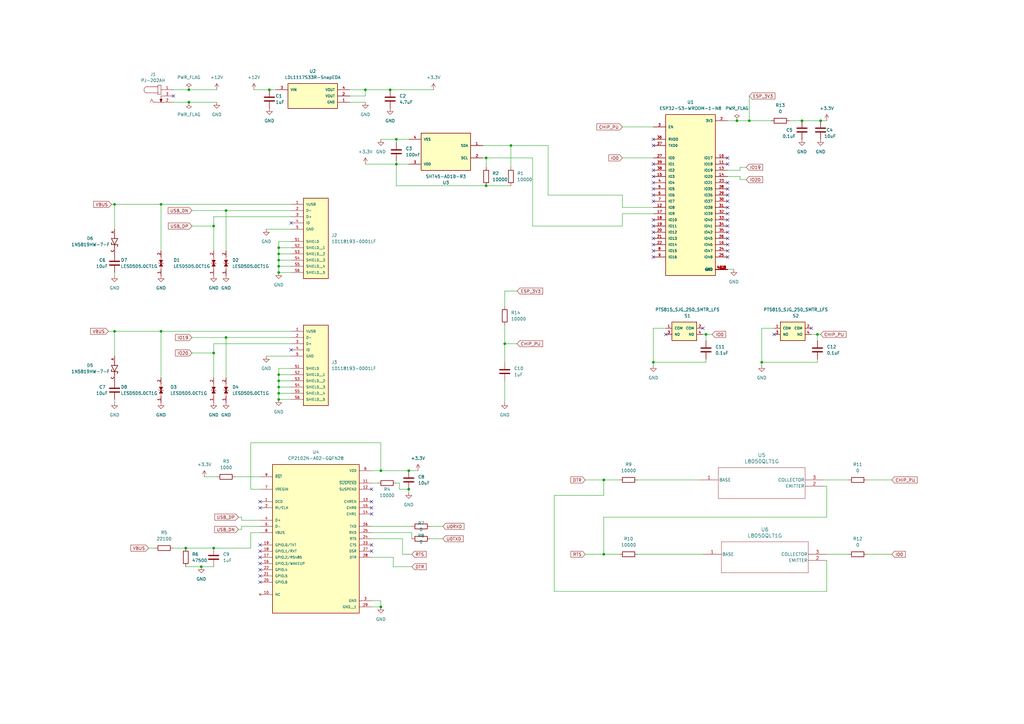
<source format=kicad_sch>
(kicad_sch (version 20230121) (generator eeschema)
  (paper "A3")
  (junction (at 162.56 67.31))
  (junction (at 302.26 49.53))
  (junction (at 209.55 59.69))
  (junction (at 82.55 232.41))
  (junction (at 267.97 148.59))
  (junction (at 156.21 248.92))
  (junction (at 247.65 196.85))
  (junction (at 335.28 137.16))
  (junction (at 114.3 109.22))
  (junction (at 114.3 104.14))
  (junction (at 160.02 36.83))
  (junction (at 199.39 76.2))
  (junction (at 247.65 227.33))
  (junction (at 114.3 156.21))
  (junction (at 289.56 137.16))
  (junction (at 328.93 49.53))
  (junction (at 87.63 224.79))
  (junction (at 156.21 193.04))
  (junction (at 46.99 135.89))
  (junction (at 114.3 106.68))
  (junction (at 110.49 36.83))
  (junction (at 336.55 49.53))
  (junction (at 66.04 135.89))
  (junction (at 207.01 140.97))
  (junction (at 307.34 49.53))
  (junction (at 92.71 86.36))
  (junction (at 149.86 36.83))
  (junction (at 77.47 36.83))
  (junction (at 312.42 148.59))
  (junction (at 114.3 153.67))
  (junction (at 46.99 83.82))
  (junction (at 87.63 144.78))
  (junction (at 114.3 161.29))
  (junction (at 114.3 163.83))
  (junction (at 167.64 193.04))
  (junction (at 114.3 158.75))
  (junction (at 66.04 83.82))
  (junction (at 87.63 92.71))
  (junction (at 114.3 111.76))
  (junction (at 76.2 224.79))
  (junction (at 162.56 57.15))
  (junction (at 77.47 41.91))
  (junction (at 167.64 200.66))
  (junction (at 114.3 101.6))
  (junction (at 199.39 64.77))
  (junction (at 92.71 138.43))
  (no_connect (at 267.97 69.85))
  (no_connect (at 119.38 143.51))
  (no_connect (at 298.45 64.77))
  (no_connect (at 298.45 105.41))
  (no_connect (at 152.4 223.52))
  (no_connect (at 298.45 90.17))
  (no_connect (at 267.97 105.41))
  (no_connect (at 267.97 92.71))
  (no_connect (at 267.97 72.39))
  (no_connect (at 267.97 97.79))
  (no_connect (at 298.45 87.63))
  (no_connect (at 71.12 39.37))
  (no_connect (at 267.97 82.55))
  (no_connect (at 152.4 226.06))
  (no_connect (at 267.97 77.47))
  (no_connect (at 298.45 95.25))
  (no_connect (at 267.97 57.15))
  (no_connect (at 298.45 67.31))
  (no_connect (at 106.68 238.76))
  (no_connect (at 298.45 74.93))
  (no_connect (at 317.5 137.16))
  (no_connect (at 267.97 90.17))
  (no_connect (at 106.68 236.22))
  (no_connect (at 152.4 210.82))
  (no_connect (at 267.97 59.69))
  (no_connect (at 298.45 80.01))
  (no_connect (at 106.68 223.52))
  (no_connect (at 298.45 92.71))
  (no_connect (at 106.68 233.68))
  (no_connect (at 298.45 82.55))
  (no_connect (at 106.68 231.14))
  (no_connect (at 152.4 208.28))
  (no_connect (at 298.45 102.87))
  (no_connect (at 267.97 102.87))
  (no_connect (at 288.29 134.62))
  (no_connect (at 267.97 100.33))
  (no_connect (at 152.4 205.74))
  (no_connect (at 106.68 208.28))
  (no_connect (at 298.45 85.09))
  (no_connect (at 298.45 77.47))
  (no_connect (at 267.97 67.31))
  (no_connect (at 267.97 74.93))
  (no_connect (at 298.45 100.33))
  (no_connect (at 298.45 97.79))
  (no_connect (at 152.4 200.66))
  (no_connect (at 106.68 228.6))
  (no_connect (at 273.05 137.16))
  (no_connect (at 106.68 226.06))
  (no_connect (at 332.74 134.62))
  (no_connect (at 119.38 91.44))
  (no_connect (at 267.97 80.01))
  (no_connect (at 267.97 95.25))
  (no_connect (at 106.68 205.74))
  (wire (pts (xy 143.51 36.83) (xy 149.86 36.83)))
  (wire (pts (xy 267.97 148.59) (xy 289.56 148.59)))
  (wire (pts (xy 114.3 158.75) (xy 119.38 158.75)))
  (wire (pts (xy 199.39 64.77) (xy 218.44 64.77)))
  (wire (pts (xy 46.99 83.82) (xy 66.04 83.82)))
  (wire (pts (xy 156.21 246.38) (xy 156.21 248.92)))
  (wire (pts (xy 207.01 156.21) (xy 207.01 165.1)))
  (wire (pts (xy 162.56 66.04) (xy 162.56 67.31)))
  (wire (pts (xy 110.49 36.83) (xy 113.03 36.83)))
  (wire (pts (xy 261.62 227.33) (xy 288.29 227.33)))
  (wire (pts (xy 114.3 104.14) (xy 114.3 106.68)))
  (wire (pts (xy 289.56 137.16) (xy 292.1 137.16)))
  (wire (pts (xy 198.12 64.77) (xy 199.39 64.77)))
  (wire (pts (xy 255.27 92.71) (xy 255.27 87.63)))
  (wire (pts (xy 104.14 36.83) (xy 110.49 36.83)))
  (wire (pts (xy 161.29 228.6) (xy 161.29 232.41)))
  (wire (pts (xy 71.12 41.91) (xy 77.47 41.91)))
  (wire (pts (xy 149.86 36.83) (xy 160.02 36.83)))
  (wire (pts (xy 207.01 140.97) (xy 207.01 148.59)))
  (wire (pts (xy 255.27 85.09) (xy 267.97 85.09)))
  (wire (pts (xy 162.56 57.15) (xy 162.56 58.42)))
  (wire (pts (xy 114.3 101.6) (xy 114.3 104.14)))
  (wire (pts (xy 209.55 59.69) (xy 198.12 59.69)))
  (wire (pts (xy 255.27 87.63) (xy 267.97 87.63)))
  (wire (pts (xy 298.45 72.39) (xy 303.53 72.39)))
  (wire (pts (xy 114.3 104.14) (xy 119.38 104.14)))
  (wire (pts (xy 335.28 137.16) (xy 336.55 137.16)))
  (wire (pts (xy 114.3 109.22) (xy 114.3 111.76)))
  (wire (pts (xy 114.3 99.06) (xy 114.3 101.6)))
  (wire (pts (xy 66.04 83.82) (xy 119.38 83.82)))
  (wire (pts (xy 339.09 49.53) (xy 336.55 49.53)))
  (wire (pts (xy 224.79 59.69) (xy 209.55 59.69)))
  (wire (pts (xy 71.12 36.83) (xy 77.47 36.83)))
  (wire (pts (xy 207.01 140.97) (xy 212.09 140.97)))
  (wire (pts (xy 99.06 217.17) (xy 99.06 215.9)))
  (wire (pts (xy 152.4 218.44) (xy 168.91 218.44)))
  (wire (pts (xy 312.42 134.62) (xy 312.42 148.59)))
  (wire (pts (xy 78.74 138.43) (xy 92.71 138.43)))
  (wire (pts (xy 303.53 69.85) (xy 303.53 68.58)))
  (wire (pts (xy 87.63 144.78) (xy 87.63 140.97)))
  (wire (pts (xy 114.3 156.21) (xy 114.3 158.75)))
  (wire (pts (xy 339.09 229.87) (xy 339.09 242.57)))
  (wire (pts (xy 78.74 86.36) (xy 92.71 86.36)))
  (wire (pts (xy 114.3 158.75) (xy 114.3 161.29)))
  (wire (pts (xy 335.28 147.32) (xy 335.28 148.59)))
  (wire (pts (xy 87.63 144.78) (xy 87.63 154.94)))
  (wire (pts (xy 87.63 88.9) (xy 119.38 88.9)))
  (wire (pts (xy 176.53 220.98) (xy 181.61 220.98)))
  (wire (pts (xy 337.82 196.85) (xy 347.98 196.85)))
  (wire (pts (xy 336.55 49.53) (xy 328.93 49.53)))
  (wire (pts (xy 339.09 242.57) (xy 227.33 242.57)))
  (wire (pts (xy 78.74 92.71) (xy 87.63 92.71)))
  (wire (pts (xy 46.99 135.89) (xy 46.99 146.05)))
  (wire (pts (xy 114.3 101.6) (xy 119.38 101.6)))
  (wire (pts (xy 298.45 69.85) (xy 303.53 69.85)))
  (wire (pts (xy 96.52 195.58) (xy 106.68 195.58)))
  (wire (pts (xy 143.51 39.37) (xy 149.86 39.37)))
  (wire (pts (xy 227.33 203.2) (xy 247.65 203.2)))
  (wire (pts (xy 152.4 246.38) (xy 156.21 246.38)))
  (wire (pts (xy 218.44 92.71) (xy 218.44 64.77)))
  (wire (pts (xy 162.56 198.12) (xy 163.83 198.12)))
  (wire (pts (xy 102.87 200.66) (xy 102.87 181.61)))
  (wire (pts (xy 102.87 224.79) (xy 87.63 224.79)))
  (wire (pts (xy 77.47 41.91) (xy 88.9 41.91)))
  (wire (pts (xy 302.26 49.53) (xy 307.34 49.53)))
  (wire (pts (xy 76.2 232.41) (xy 82.55 232.41)))
  (wire (pts (xy 337.82 199.39) (xy 339.09 199.39)))
  (wire (pts (xy 165.1 220.98) (xy 165.1 227.33)))
  (wire (pts (xy 317.5 134.62) (xy 312.42 134.62)))
  (wire (pts (xy 92.71 138.43) (xy 92.71 154.94)))
  (wire (pts (xy 303.53 72.39) (xy 303.53 73.66)))
  (wire (pts (xy 156.21 57.15) (xy 162.56 57.15)))
  (wire (pts (xy 247.65 227.33) (xy 254 227.33)))
  (wire (pts (xy 152.4 198.12) (xy 154.94 198.12)))
  (wire (pts (xy 114.3 163.83) (xy 119.38 163.83)))
  (wire (pts (xy 102.87 218.44) (xy 102.87 224.79)))
  (wire (pts (xy 66.04 135.89) (xy 66.04 154.94)))
  (wire (pts (xy 114.3 153.67) (xy 114.3 156.21)))
  (wire (pts (xy 323.85 49.53) (xy 328.93 49.53)))
  (wire (pts (xy 312.42 148.59) (xy 312.42 149.86)))
  (wire (pts (xy 152.4 248.92) (xy 156.21 248.92)))
  (wire (pts (xy 303.53 73.66) (xy 306.07 73.66)))
  (wire (pts (xy 78.74 144.78) (xy 87.63 144.78)))
  (wire (pts (xy 199.39 64.77) (xy 199.39 68.58)))
  (wire (pts (xy 218.44 92.71) (xy 255.27 92.71)))
  (wire (pts (xy 109.22 146.05) (xy 119.38 146.05)))
  (wire (pts (xy 247.65 203.2) (xy 247.65 196.85)))
  (wire (pts (xy 46.99 135.89) (xy 66.04 135.89)))
  (wire (pts (xy 261.62 196.85) (xy 287.02 196.85)))
  (wire (pts (xy 332.74 137.16) (xy 335.28 137.16)))
  (wire (pts (xy 87.63 140.97) (xy 119.38 140.97)))
  (wire (pts (xy 267.97 134.62) (xy 267.97 148.59)))
  (wire (pts (xy 76.2 224.79) (xy 87.63 224.79)))
  (wire (pts (xy 102.87 181.61) (xy 156.21 181.61)))
  (wire (pts (xy 46.99 83.82) (xy 46.99 93.98)))
  (wire (pts (xy 92.71 86.36) (xy 119.38 86.36)))
  (wire (pts (xy 307.34 49.53) (xy 316.23 49.53)))
  (wire (pts (xy 143.51 41.91) (xy 149.86 41.91)))
  (wire (pts (xy 167.64 201.93) (xy 167.64 200.66)))
  (wire (pts (xy 77.47 36.83) (xy 88.9 36.83)))
  (wire (pts (xy 114.3 161.29) (xy 119.38 161.29)))
  (wire (pts (xy 163.83 198.12) (xy 163.83 200.66)))
  (wire (pts (xy 240.03 196.85) (xy 247.65 196.85)))
  (wire (pts (xy 199.39 76.2) (xy 209.55 76.2)))
  (wire (pts (xy 168.91 218.44) (xy 168.91 220.98)))
  (wire (pts (xy 339.09 212.09) (xy 247.65 212.09)))
  (wire (pts (xy 87.63 92.71) (xy 87.63 88.9)))
  (wire (pts (xy 163.83 200.66) (xy 167.64 200.66)))
  (wire (pts (xy 114.3 156.21) (xy 119.38 156.21)))
  (wire (pts (xy 149.86 39.37) (xy 149.86 36.83)))
  (wire (pts (xy 119.38 151.13) (xy 114.3 151.13)))
  (wire (pts (xy 267.97 148.59) (xy 267.97 149.86)))
  (wire (pts (xy 92.71 138.43) (xy 119.38 138.43)))
  (wire (pts (xy 247.65 212.09) (xy 247.65 227.33)))
  (wire (pts (xy 298.45 49.53) (xy 302.26 49.53)))
  (wire (pts (xy 99.06 213.36) (xy 106.68 213.36)))
  (wire (pts (xy 99.06 212.09) (xy 99.06 213.36)))
  (wire (pts (xy 335.28 148.59) (xy 312.42 148.59)))
  (wire (pts (xy 167.64 193.04) (xy 171.45 193.04)))
  (wire (pts (xy 339.09 199.39) (xy 339.09 212.09)))
  (wire (pts (xy 160.02 36.83) (xy 177.8 36.83)))
  (wire (pts (xy 212.09 119.38) (xy 207.01 119.38)))
  (wire (pts (xy 335.28 137.16) (xy 335.28 139.7)))
  (wire (pts (xy 209.55 59.69) (xy 209.55 68.58)))
  (wire (pts (xy 162.56 67.31) (xy 167.64 67.31)))
  (wire (pts (xy 288.29 137.16) (xy 289.56 137.16)))
  (wire (pts (xy 114.3 106.68) (xy 114.3 109.22)))
  (wire (pts (xy 114.3 161.29) (xy 114.3 163.83)))
  (wire (pts (xy 45.72 83.82) (xy 46.99 83.82)))
  (wire (pts (xy 273.05 134.62) (xy 267.97 134.62)))
  (wire (pts (xy 207.01 133.35) (xy 207.01 140.97)))
  (wire (pts (xy 255.27 52.07) (xy 267.97 52.07)))
  (wire (pts (xy 109.22 93.98) (xy 119.38 93.98)))
  (wire (pts (xy 114.3 151.13) (xy 114.3 153.67)))
  (wire (pts (xy 99.06 215.9) (xy 106.68 215.9)))
  (wire (pts (xy 97.79 212.09) (xy 99.06 212.09)))
  (wire (pts (xy 114.3 153.67) (xy 119.38 153.67)))
  (wire (pts (xy 355.6 227.33) (xy 365.76 227.33)))
  (wire (pts (xy 199.39 76.2) (xy 162.56 76.2)))
  (wire (pts (xy 114.3 106.68) (xy 119.38 106.68)))
  (wire (pts (xy 224.79 80.01) (xy 224.79 59.69)))
  (wire (pts (xy 114.3 109.22) (xy 119.38 109.22)))
  (wire (pts (xy 176.53 215.9) (xy 181.61 215.9)))
  (wire (pts (xy 156.21 193.04) (xy 167.64 193.04)))
  (wire (pts (xy 307.34 39.37) (xy 307.34 49.53)))
  (wire (pts (xy 152.4 220.98) (xy 165.1 220.98)))
  (wire (pts (xy 119.38 99.06) (xy 114.3 99.06)))
  (wire (pts (xy 303.53 68.58) (xy 306.07 68.58)))
  (wire (pts (xy 240.03 227.33) (xy 247.65 227.33)))
  (wire (pts (xy 152.4 228.6) (xy 161.29 228.6)))
  (wire (pts (xy 83.82 195.58) (xy 88.9 195.58)))
  (wire (pts (xy 289.56 147.32) (xy 289.56 148.59)))
  (wire (pts (xy 224.79 80.01) (xy 255.27 80.01)))
  (wire (pts (xy 255.27 80.01) (xy 255.27 85.09)))
  (wire (pts (xy 161.29 232.41) (xy 168.91 232.41)))
  (wire (pts (xy 114.3 111.76) (xy 119.38 111.76)))
  (wire (pts (xy 152.4 193.04) (xy 156.21 193.04)))
  (wire (pts (xy 152.4 215.9) (xy 168.91 215.9)))
  (wire (pts (xy 97.79 217.17) (xy 99.06 217.17)))
  (wire (pts (xy 355.6 196.85) (xy 365.76 196.85)))
  (wire (pts (xy 71.12 224.79) (xy 76.2 224.79)))
  (wire (pts (xy 156.21 181.61) (xy 156.21 193.04)))
  (wire (pts (xy 162.56 57.15) (xy 167.64 57.15)))
  (wire (pts (xy 44.45 135.89) (xy 46.99 135.89)))
  (wire (pts (xy 82.55 232.41) (xy 87.63 232.41)))
  (wire (pts (xy 162.56 76.2) (xy 162.56 67.31)))
  (wire (pts (xy 207.01 119.38) (xy 207.01 125.73)))
  (wire (pts (xy 300.99 110.49) (xy 298.45 110.49)))
  (wire (pts (xy 165.1 227.33) (xy 168.91 227.33)))
  (wire (pts (xy 227.33 242.57) (xy 227.33 203.2)))
  (wire (pts (xy 66.04 83.82) (xy 66.04 102.87)))
  (wire (pts (xy 247.65 196.85) (xy 254 196.85)))
  (wire (pts (xy 339.09 227.33) (xy 347.98 227.33)))
  (wire (pts (xy 92.71 86.36) (xy 92.71 102.87)))
  (wire (pts (xy 255.27 64.77) (xy 267.97 64.77)))
  (wire (pts (xy 66.04 135.89) (xy 119.38 135.89)))
  (wire (pts (xy 87.63 92.71) (xy 87.63 102.87)))
  (wire (pts (xy 46.99 111.76) (xy 46.99 113.03)))
  (wire (pts (xy 60.96 224.79) (xy 63.5 224.79)))
  (wire (pts (xy 289.56 137.16) (xy 289.56 139.7)))
  (wire (pts (xy 46.99 163.83) (xy 46.99 165.1)))
  (wire (pts (xy 106.68 218.44) (xy 102.87 218.44)))
  (wire (pts (xy 149.86 67.31) (xy 162.56 67.31)))
  (wire (pts (xy 106.68 200.66) (xy 102.87 200.66)))
  (global_label "VBUS" (shape input) (at 44.45 135.89 180) (property "Intersheetrefs" "${INTERSHEET_REFS}" (effects hide)))
  (global_label "IO0" (shape input) (at 292.1 137.16 0) (property "Intersheetrefs" "${INTERSHEET_REFS}" (effects hide)))
  (global_label "U0RXD" (shape input) (at 181.61 215.9 0) (property "Intersheetrefs" "${INTERSHEET_REFS}" (effects hide)))
  (global_label "U0TXD" (shape input) (at 181.61 220.98 0) (property "Intersheetrefs" "${INTERSHEET_REFS}" (effects hide)))
  (global_label "CHIP_PU" (shape input) (at 365.76 196.85 0) (property "Intersheetrefs" "${INTERSHEET_REFS}" (effects hide)))
  (global_label "ESP_3V3" (shape input) (at 307.34 39.37 0) (property "Intersheetrefs" "${INTERSHEET_REFS}" (effects hide)))
  (global_label "CHIP_PU" (shape input) (at 255.27 52.07 180) (property "Intersheetrefs" "${INTERSHEET_REFS}" (effects hide)))
  (global_label "DTR" (shape input) (at 240.03 196.85 180) (property "Intersheetrefs" "${INTERSHEET_REFS}" (effects hide)))
  (global_label "IO19" (shape input) (at 306.07 68.58 0) (property "Intersheetrefs" "${INTERSHEET_REFS}" (effects hide)))
  (global_label "RTS" (shape input) (at 240.03 227.33 180) (property "Intersheetrefs" "${INTERSHEET_REFS}" (effects hide)))
  (global_label "IO0" (shape input) (at 255.27 64.77 180) (property "Intersheetrefs" "${INTERSHEET_REFS}" (effects hide)))
  (global_label "CHIP_PU" (shape input) (at 212.09 140.97 0) (property "Intersheetrefs" "${INTERSHEET_REFS}" (effects hide)))
  (global_label "IO20" (shape input) (at 78.74 144.78 180) (property "Intersheetrefs" "${INTERSHEET_REFS}" (effects hide)))
  (global_label "USB_DP" (shape input) (at 78.74 92.71 180) (property "Intersheetrefs" "${INTERSHEET_REFS}" (effects hide)))
  (global_label "VBUS" (shape input) (at 45.72 83.82 180) (property "Intersheetrefs" "${INTERSHEET_REFS}" (effects hide)))
  (global_label "VBUS" (shape input) (at 60.96 224.79 180) (property "Intersheetrefs" "${INTERSHEET_REFS}" (effects hide)))
  (global_label "USB_DN" (shape input) (at 97.79 217.17 180) (property "Intersheetrefs" "${INTERSHEET_REFS}" (effects hide)))
  (global_label "RTS" (shape input) (at 168.91 227.33 0) (property "Intersheetrefs" "${INTERSHEET_REFS}" (effects hide)))
  (global_label "IO20" (shape input) (at 306.07 73.66 0) (property "Intersheetrefs" "${INTERSHEET_REFS}" (effects hide)))
  (global_label "CHIP_PU" (shape input) (at 336.55 137.16 0) (property "Intersheetrefs" "${INTERSHEET_REFS}" (effects hide)))
  (global_label "ESP_3V3" (shape input) (at 212.09 119.38 0) (property "Intersheetrefs" "${INTERSHEET_REFS}" (effects hide)))
  (global_label "USB_DN" (shape input) (at 78.74 86.36 180) (property "Intersheetrefs" "${INTERSHEET_REFS}" (effects hide)))
  (global_label "DTR" (shape input) (at 168.91 232.41 0) (property "Intersheetrefs" "${INTERSHEET_REFS}" (effects hide)))
  (global_label "USB_DP" (shape input) (at 97.79 212.09 180) (property "Intersheetrefs" "${INTERSHEET_REFS}" (effects hide)))
  (global_label "IO19" (shape input) (at 78.74 138.43 180) (property "Intersheetrefs" "${INTERSHEET_REFS}" (effects hide)))
  (global_label "IO0" (shape input) (at 365.76 227.33 0) (property "Intersheetrefs" "${INTERSHEET_REFS}" (effects hide)))
  (symbol (lib_id "ECE445:LESD5D5.0CT1G") (at 92.71 160.02 90) (unit 1)
    (property "Reference" "D4" (at 95.25 158.75 90) (effects (justify right)))
    (property "Value" "LESD5D5.0CT1G" (at 95.25 161.29 90) (effects (justify right)))
    (property "Footprint" "ECE445:LESD5D5_0CT1G" (effects hide))
    (property "MF" "Leshan Radio Co." (effects hide))
    (property "MAXIMUM_PACKAGE_HEIGHT" "0.7 mm" (effects hide))
    (property "Package" "None" (effects hide))
    (property "Price" "None" (effects hide))
    (property "Check_prices" "https://www.snapeda.com/parts/LESD5D5.0CT1G/Leshan+Radio+Co./view-part/?ref=eda" (effects hide))
    (property "STANDARD" "Manufacturer Recommendations" (effects hide))
    (property "PARTREV" "O" (effects hide))
    (property "SnapEDA_Link" "https://www.snapeda.com/parts/LESD5D5.0CT1G/Leshan+Radio+Co./view-part/?ref=snap" (effects hide))
    (property "MP" "LESD5D5.0CT1G" (effects hide))
    (property "Description" "\nTransient Voltage Suppressors for ESD Protection\n" (effects hide))
    (property "Availability" "Not in stock" (effects hide))
    (property "MANUFACTURER" "LRC" (effects hide))
  )
  (symbol (lib_id "power:GND") (at 328.93 57.15 0) (mirror y) (unit 1)
    (property "Reference" "#PWR014" (effects hide))
    (property "Value" "GND" (at 328.93 62.23 0))
  )
  (symbol (lib_id "Device:R") (at 209.55 72.39 0) (unit 1)
    (property "Reference" "R1" (at 212.09 71.12 0) (effects (justify left)))
    (property "Value" "10000" (at 212.09 73.66 0) (effects (justify left)))
    (property "Footprint" "Resistor_SMD:R_0805_2012Metric_Pad1.20x1.40mm_HandSolder" (effects hide))
  )
  (symbol (lib_id "Device:R") (at 172.72 220.98 90) (unit 1)
    (property "Reference" "R8" (at 172.72 219.71 90))
    (property "Value" "0" (at 172.72 222.25 90))
    (property "Footprint" "Resistor_SMD:R_0805_2012Metric_Pad1.20x1.40mm_HandSolder" (effects hide))
  )
  (symbol (lib_id "power:PWR_FLAG") (at 77.47 36.83 0) (unit 1)
    (property "Reference" "#FLG01" (effects hide))
    (property "Value" "PWR_FLAG" (at 77.47 31.75 0))
  )
  (symbol (lib_id "power:GND") (at 66.04 165.1 0) (unit 1)
    (property "Reference" "#PWR033" (effects hide))
    (property "Value" "GND" (at 66.04 170.18 0))
  )
  (symbol (lib_id "ECE445:L8050QLT1G") (at 288.29 227.33 0) (unit 1)
    (property "Reference" "U6" (at 313.69 217.17 0) (effects (font (size 1.524 1.524))))
    (property "Value" "L8050QLT1G" (at 313.69 219.71 0) (effects (font (size 1.524 1.524))))
    (property "Footprint" "ECE445:SOT-23_ONS" (effects hide))
    (property "Datasheet" "KSC3265YMTF" (effects hide))
  )
  (symbol (lib_id "Device:R") (at 257.81 196.85 90) (unit 1)
    (property "Reference" "R9" (at 257.81 190.5 90))
    (property "Value" "10000" (at 257.81 193.04 90))
    (property "Footprint" "Resistor_SMD:R_0805_2012Metric_Pad1.20x1.40mm_HandSolder" (effects hide))
  )
  (symbol (lib_id "power:GND") (at 87.63 165.1 0) (unit 1)
    (property "Reference" "#PWR018" (effects hide))
    (property "Value" "GND" (at 87.63 170.18 0))
  )
  (symbol (lib_id "ECE445:L8050QLT1G") (at 287.02 196.85 0) (unit 1)
    (property "Reference" "U5" (at 312.42 186.69 0) (effects (font (size 1.524 1.524))))
    (property "Value" "L8050QLT1G" (at 312.42 189.23 0) (effects (font (size 1.524 1.524))))
    (property "Footprint" "ECE445:SOT-23_ONS" (effects hide))
    (property "Datasheet" "KSC3265YMTF" (effects hide))
  )
  (symbol (lib_id "Device:R") (at 207.01 129.54 0) (unit 1)
    (property "Reference" "R14" (at 209.55 128.27 0) (effects (justify left)))
    (property "Value" "10000" (at 209.55 130.81 0) (effects (justify left)))
    (property "Footprint" "Resistor_SMD:R_0805_2012Metric_Pad1.20x1.40mm_HandSolder" (effects hide))
  )
  (symbol (lib_id "Device:C") (at 87.63 228.6 0) (unit 1)
    (property "Reference" "C9" (at 91.44 227.33 0) (effects (justify left)))
    (property "Value" "1uF" (at 91.44 229.87 0) (effects (justify left)))
    (property "Footprint" "Capacitor_SMD:C_0805_2012Metric_Pad1.18x1.45mm_HandSolder" (effects hide))
  )
  (symbol (lib_id "ECE445:10118193-0001LF") (at 129.54 143.51 0) (unit 1)
    (property "Reference" "J3" (at 135.89 148.59 0) (effects (justify left)))
    (property "Value" "10118193-0001LF" (at 135.89 151.13 0) (effects (justify left)))
    (property "Footprint" "ECE445:10118193-0001LF" (effects hide))
    (property "PARTREV" "E" (effects hide))
    (property "MANUFACTURER" "Amphenol FCI" (effects hide))
    (property "MAXIMUM_PACKAGE_HEIGHT" "2.55 mm" (effects hide))
    (property "STANDARD" "Manufacturer Recommendations" (effects hide))
  )
  (symbol (lib_id "Device:C") (at 160.02 40.64 0) (unit 1)
    (property "Reference" "C2" (at 163.83 39.37 0) (effects (justify left)))
    (property "Value" "4.7uF" (at 163.83 41.91 0) (effects (justify left)))
    (property "Footprint" "Capacitor_SMD:C_0805_2012Metric_Pad1.18x1.45mm_HandSolder" (effects hide))
  )
  (symbol (lib_id "ECE445:1N5819HW-7-F") (at 46.99 151.13 270) (unit 1)
    (property "Reference" "D5" (at 35.56 149.86 90) (effects (justify left)))
    (property "Value" "1N5819HW-7-F" (at 29.21 152.4 90) (effects (justify left)))
    (property "Footprint" "ECE445:1N5819HW-7-F" (effects hide))
    (property "PARTREV" "18-2" (effects hide))
    (property "STANDARD" "IPC-7351B" (effects hide))
    (property "MANUFACTURER" "Diodes Inc." (effects hide))
  )
  (symbol (lib_id "Device:C") (at 335.28 143.51 0) (unit 1)
    (property "Reference" "C12" (at 339.09 142.24 0) (effects (justify left)))
    (property "Value" "0.1uF" (at 339.09 144.78 0) (effects (justify left)))
    (property "Footprint" "Capacitor_SMD:C_0805_2012Metric_Pad1.18x1.45mm_HandSolder" (effects hide))
  )
  (symbol (lib_id "ECE445:1N5819HW-7-F") (at 46.99 99.06 270) (unit 1)
    (property "Reference" "D6" (at 35.56 97.79 90) (effects (justify left)))
    (property "Value" "1N5819HW-7-F" (at 29.21 100.33 90) (effects (justify left)))
    (property "Footprint" "ECE445:1N5819HW-7-F" (effects hide))
    (property "PARTREV" "18-2" (effects hide))
    (property "STANDARD" "IPC-7351B" (effects hide))
    (property "MANUFACTURER" "Diodes Inc." (effects hide))
  )
  (symbol (lib_id "ECE445:LESD5D5.0CT1G") (at 87.63 107.95 90) (unit 1)
    (property "Reference" "D1" (at 71.12 106.68 90) (effects (justify right)))
    (property "Value" "LESD5D5.0CT1G" (at 71.12 109.22 90) (effects (justify right)))
    (property "Footprint" "ECE445:LESD5D5_0CT1G" (effects hide))
    (property "MF" "Leshan Radio Co." (effects hide))
    (property "MAXIMUM_PACKAGE_HEIGHT" "0.7 mm" (effects hide))
    (property "Package" "None" (effects hide))
    (property "Price" "None" (effects hide))
    (property "Check_prices" "https://www.snapeda.com/parts/LESD5D5.0CT1G/Leshan+Radio+Co./view-part/?ref=eda" (effects hide))
    (property "STANDARD" "Manufacturer Recommendations" (effects hide))
    (property "PARTREV" "O" (effects hide))
    (property "SnapEDA_Link" "https://www.snapeda.com/parts/LESD5D5.0CT1G/Leshan+Radio+Co./view-part/?ref=snap" (effects hide))
    (property "MP" "LESD5D5.0CT1G" (effects hide))
    (property "Description" "\nTransient Voltage Suppressors for ESD Protection\n" (effects hide))
    (property "Availability" "Not in stock" (effects hide))
    (property "MANUFACTURER" "LRC" (effects hide))
  )
  (symbol (lib_id "power:GND") (at 267.97 149.86 0) (unit 1)
    (property "Reference" "#PWR030" (effects hide))
    (property "Value" "GND" (at 267.97 154.94 0))
  )
  (symbol (lib_id "power:+12V") (at 88.9 36.83 0) (unit 1)
    (property "Reference" "#PWR01" (effects hide))
    (property "Value" "+12V" (at 88.9 31.75 0))
  )
  (symbol (lib_id "power:+3.3V") (at 171.45 193.04 0) (unit 1)
    (property "Reference" "#PWR025" (effects hide))
    (property "Value" "+3.3V" (at 171.45 187.96 0))
  )
  (symbol (lib_id "ECE445:ESP32-S3-WROOM-1-N8") (at 283.21 77.47 0) (unit 1)
    (property "Reference" "U1" (at 283.21 41.91 0))
    (property "Value" "ESP32-S3-WROOM-1-N8" (at 283.21 44.45 0))
    (property "Footprint" "ECE445:ESP32-S3-WROOM-1-N8-SnapEDA" (effects hide))
    (property "DigiKey_Part_Number" "1965-ESP32-S3-WROOM-1-N8TR-ND" (effects hide))
    (property "MF" "Espressif Systems" (effects hide))
    (property "DESCRIPTION" "Bluetooth, WiFi 802.11b/g/n, Bluetooth v5.0 Transceiver Module 2.4GHz PCB Trace Surface Mount" (effects hide))
    (property "PACKAGE" "None" (effects hide))
    (property "PRICE" "None" (effects hide))
    (property "Package" "NON STANDARD Espressif Systems" (effects hide))
    (property "Check_prices" "https://www.snapeda.com/parts/ESP32-S3-WROOM-1-N8/Espressif+Systems/view-part/?ref=eda" (effects hide))
    (property "SnapEDA_Link" "https://www.snapeda.com/parts/ESP32-S3-WROOM-1-N8/Espressif+Systems/view-part/?ref=snap" (effects hide))
    (property "MP" "ESP32-S3-WROOM-1-N8" (effects hide))
    (property "Purchase-URL" "https://www.snapeda.com/api/url_track_click_mouser/?unipart_id=11020927&manufacturer=Espressif Systems&part_name=ESP32-S3-WROOM-1-N8&search_term=None" (effects hide))
    (property "Description" "\nWiFi 802.11a/b/g/n, Bluetooth v5.0 Transceiver Module 2.4GHz Antenna Not Included -\n" (effects hide))
    (property "AVAILABILITY" "In Stock" (effects hide))
    (property "PURCHASE-URL" "https://pricing.snapeda.com/search/part/ESP32-S3-WROOM-1-N8R8/?ref=eda" (effects hide))
  )
  (symbol (lib_id "power:GND") (at 167.64 201.93 0) (unit 1)
    (property "Reference" "#PWR026" (effects hide))
    (property "Value" "GND" (at 167.64 207.01 0))
  )
  (symbol (lib_id "Device:R") (at 158.75 198.12 270) (unit 1)
    (property "Reference" "R4" (at 158.75 200.66 90))
    (property "Value" "10000" (at 158.75 203.2 90))
    (property "Footprint" "Resistor_SMD:R_0805_2012Metric_Pad1.20x1.40mm_HandSolder" (effects hide))
  )
  (symbol (lib_id "Device:R") (at 92.71 195.58 90) (unit 1)
    (property "Reference" "R3" (at 92.71 189.23 90))
    (property "Value" "1000" (at 92.71 191.77 90))
    (property "Footprint" "Resistor_SMD:R_0805_2012Metric_Pad1.20x1.40mm_HandSolder" (effects hide))
  )
  (symbol (lib_id "power:GND") (at 149.86 41.91 0) (unit 1)
    (property "Reference" "#PWR04" (effects hide))
    (property "Value" "GND" (at 149.86 46.99 0))
  )
  (symbol (lib_id "Device:R") (at 172.72 215.9 90) (unit 1)
    (property "Reference" "R7" (at 172.72 214.63 90))
    (property "Value" "0" (at 172.72 217.17 90))
    (property "Footprint" "Resistor_SMD:R_0805_2012Metric_Pad1.20x1.40mm_HandSolder" (effects hide))
  )
  (symbol (lib_id "power:GND") (at 46.99 113.03 0) (unit 1)
    (property "Reference" "#PWR022" (effects hide))
    (property "Value" "GND" (at 46.99 118.11 0))
  )
  (symbol (lib_id "power:GND") (at 110.49 44.45 0) (unit 1)
    (property "Reference" "#PWR012" (effects hide))
    (property "Value" "GND" (at 110.49 49.53 0))
  )
  (symbol (lib_id "power:GND") (at 92.71 165.1 0) (unit 1)
    (property "Reference" "#PWR019" (effects hide))
    (property "Value" "GND" (at 92.71 170.18 0))
  )
  (symbol (lib_id "Device:R") (at 257.81 227.33 90) (unit 1)
    (property "Reference" "R10" (at 257.81 220.98 90))
    (property "Value" "10000" (at 257.81 223.52 90))
    (property "Footprint" "Resistor_SMD:R_0805_2012Metric_Pad1.20x1.40mm_HandSolder" (effects hide))
  )
  (symbol (lib_id "power:GND") (at 87.63 113.03 0) (unit 1)
    (property "Reference" "#PWR016" (effects hide))
    (property "Value" "GND" (at 87.63 118.11 0))
  )
  (symbol (lib_id "ECE445:10118193-0001LF") (at 129.54 91.44 0) (unit 1)
    (property "Reference" "J2" (at 135.89 96.52 0) (effects (justify left)))
    (property "Value" "10118193-0001LF" (at 135.89 99.06 0) (effects (justify left)))
    (property "Footprint" "ECE445:10118193-0001LF" (effects hide))
    (property "PARTREV" "E" (effects hide))
    (property "MANUFACTURER" "Amphenol FCI" (effects hide))
    (property "MAXIMUM_PACKAGE_HEIGHT" "2.55 mm" (effects hide))
    (property "STANDARD" "Manufacturer Recommendations" (effects hide))
  )
  (symbol (lib_id "Device:C") (at 328.93 53.34 0) (mirror y) (unit 1)
    (property "Reference" "C5" (at 325.12 53.34 0) (effects (justify left)))
    (property "Value" "0.1uF" (at 326.39 55.88 0) (effects (justify left)))
    (property "Footprint" "Capacitor_SMD:C_0805_2012Metric_Pad1.18x1.45mm_HandSolder" (effects hide))
  )
  (symbol (lib_id "ECE445:LESD5D5.0CT1G") (at 66.04 107.95 90) (unit 1)
    (property "Reference" "D7" (at 49.53 106.68 90) (effects (justify right)))
    (property "Value" "LESD5D5.0CT1G" (at 49.53 109.22 90) (effects (justify right)))
    (property "Footprint" "ECE445:LESD5D5_0CT1G" (effects hide))
    (property "MF" "Leshan Radio Co." (effects hide))
    (property "MAXIMUM_PACKAGE_HEIGHT" "0.7 mm" (effects hide))
    (property "Package" "None" (effects hide))
    (property "Price" "None" (effects hide))
    (property "Check_prices" "https://www.snapeda.com/parts/LESD5D5.0CT1G/Leshan+Radio+Co./view-part/?ref=eda" (effects hide))
    (property "STANDARD" "Manufacturer Recommendations" (effects hide))
    (property "PARTREV" "O" (effects hide))
    (property "SnapEDA_Link" "https://www.snapeda.com/parts/LESD5D5.0CT1G/Leshan+Radio+Co./view-part/?ref=snap" (effects hide))
    (property "MP" "LESD5D5.0CT1G" (effects hide))
    (property "Description" "\nTransient Voltage Suppressors for ESD Protection\n" (effects hide))
    (property "Availability" "Not in stock" (effects hide))
    (property "MANUFACTURER" "LRC" (effects hide))
  )
  (symbol (lib_id "Device:C") (at 289.56 143.51 0) (unit 1)
    (property "Reference" "C11" (at 293.37 142.24 0) (effects (justify left)))
    (property "Value" "0.1uF" (at 293.37 144.78 0) (effects (justify left)))
    (property "Footprint" "Capacitor_SMD:C_0805_2012Metric_Pad1.18x1.45mm_HandSolder" (effects hide))
  )
  (symbol (lib_id "power:+3.3V") (at 83.82 195.58 0) (unit 1)
    (property "Reference" "#PWR027" (effects hide))
    (property "Value" "+3.3V" (at 83.82 190.5 0))
  )
  (symbol (lib_id "Device:R") (at 76.2 228.6 180) (unit 1)
    (property "Reference" "R6" (at 78.74 227.33 0) (effects (justify right)))
    (property "Value" "47500" (at 78.74 229.87 0) (effects (justify right)))
    (property "Footprint" "Resistor_SMD:R_0805_2012Metric_Pad1.20x1.40mm_HandSolder" (effects hide))
  )
  (symbol (lib_id "power:GND") (at 312.42 149.86 0) (unit 1)
    (property "Reference" "#PWR031" (effects hide))
    (property "Value" "GND" (at 312.42 154.94 0))
  )
  (symbol (lib_id "power:+3.3V") (at 149.86 67.31 0) (unit 1)
    (property "Reference" "#PWR06" (effects hide))
    (property "Value" "+3.3V" (at 149.86 62.23 0))
  )
  (symbol (lib_id "power:GND") (at 46.99 165.1 0) (unit 1)
    (property "Reference" "#PWR023" (effects hide))
    (property "Value" "GND" (at 46.99 170.18 0))
  )
  (symbol (lib_id "ECE445:LESD5D5.0CT1G") (at 87.63 160.02 90) (unit 1)
    (property "Reference" "D3" (at 69.85 158.75 90) (effects (justify right)))
    (property "Value" "LESD5D5.0CT1G" (at 69.85 161.29 90) (effects (justify right)))
    (property "Footprint" "ECE445:LESD5D5_0CT1G" (effects hide))
    (property "MF" "Leshan Radio Co." (effects hide))
    (property "MAXIMUM_PACKAGE_HEIGHT" "0.7 mm" (effects hide))
    (property "Package" "None" (effects hide))
    (property "Price" "None" (effects hide))
    (property "Check_prices" "https://www.snapeda.com/parts/LESD5D5.0CT1G/Leshan+Radio+Co./view-part/?ref=eda" (effects hide))
    (property "STANDARD" "Manufacturer Recommendations" (effects hide))
    (property "PARTREV" "O" (effects hide))
    (property "SnapEDA_Link" "https://www.snapeda.com/parts/LESD5D5.0CT1G/Leshan+Radio+Co./view-part/?ref=snap" (effects hide))
    (property "MP" "LESD5D5.0CT1G" (effects hide))
    (property "Description" "\nTransient Voltage Suppressors for ESD Protection\n" (effects hide))
    (property "Availability" "Not in stock" (effects hide))
    (property "MANUFACTURER" "LRC" (effects hide))
  )
  (symbol (lib_id "power:+3.3V") (at 177.8 36.83 0) (unit 1)
    (property "Reference" "#PWR05" (effects hide))
    (property "Value" "+3.3V" (at 177.8 31.75 0))
  )
  (symbol (lib_id "ECE445:PTS815_SJG_250_SMTR_LFS") (at 285.75 139.7 180) (unit 1)
    (property "Reference" "S1" (at 281.94 129.54 0))
    (property "Value" "PTS815_SJG_250_SMTR_LFS" (at 281.94 127 0))
    (property "Footprint" "ECE445:PTS815 SJG 250 SMTR LFS" (effects hide))
    (property "MANUFACTURER_NAME" "C & K COMPONENTS" (effects hide))
    (property "MF" "C&K" (effects hide))
    (property "MOUSER_PRICE-STOCK" "https://www.mouser.co.uk/ProductDetail/CK/PTS815-SJG-250-SMTR-LFS?qs=ahcBuItHZ3yjoEmU1Oppnw%3D%3D" (effects hide))
    (property "DESCRIPTION" "Tactile Switches Tact Switch, 12 VDC, 50 mA, 4.2x3.2, 2.5mm H, 400gf, J leads" (effects hide))
    (property "MOUSER_PART_NUMBER" "611-PTS815SJG250SMTR" (effects hide))
    (property "Price" "None" (effects hide))
    (property "Package" "None" (effects hide))
    (property "Check_prices" "https://www.snapeda.com/parts/PTS815%20SJG%20250%20SMTR%20LFS/C%2526K/view-part/?ref=eda" (effects hide))
    (property "HEIGHT" "2.7mm" (effects hide))
    (property "SnapEDA_Link" "https://www.snapeda.com/parts/PTS815%20SJG%20250%20SMTR%20LFS/C%2526K/view-part/?ref=snap" (effects hide))
    (property "MP" "PTS815 SJG 250 SMTR LFS" (effects hide))
    (property "Description" "\nSwitch;Tactile;4.2 x 3.2;2.5MM;400gf;J Leads | C&K PTS815 SJG 250 SMTR LFS\n" (effects hide))
    (property "Availability" "In Stock" (effects hide))
    (property "MANUFACTURER_PART_NUMBER" "PTS815 SJG 250 SMTR LFS" (effects hide))
  )
  (symbol (lib_id "ECE445:PTS815_SJG_250_SMTR_LFS") (at 330.2 139.7 180) (unit 1)
    (property "Reference" "S2" (at 326.39 129.54 0))
    (property "Value" "PTS815_SJG_250_SMTR_LFS" (at 326.39 127 0))
    (property "Footprint" "ECE445:PTS815 SJG 250 SMTR LFS" (effects hide))
    (property "MANUFACTURER_NAME" "C & K COMPONENTS" (effects hide))
    (property "MF" "C&K" (effects hide))
    (property "MOUSER_PRICE-STOCK" "https://www.mouser.co.uk/ProductDetail/CK/PTS815-SJG-250-SMTR-LFS?qs=ahcBuItHZ3yjoEmU1Oppnw%3D%3D" (effects hide))
    (property "DESCRIPTION" "Tactile Switches Tact Switch, 12 VDC, 50 mA, 4.2x3.2, 2.5mm H, 400gf, J leads" (effects hide))
    (property "MOUSER_PART_NUMBER" "611-PTS815SJG250SMTR" (effects hide))
    (property "Price" "None" (effects hide))
    (property "Package" "None" (effects hide))
    (property "Check_prices" "https://www.snapeda.com/parts/PTS815%20SJG%20250%20SMTR%20LFS/C%2526K/view-part/?ref=eda" (effects hide))
    (property "HEIGHT" "2.7mm" (effects hide))
    (property "SnapEDA_Link" "https://www.snapeda.com/parts/PTS815%20SJG%20250%20SMTR%20LFS/C%2526K/view-part/?ref=snap" (effects hide))
    (property "MP" "PTS815 SJG 250 SMTR LFS" (effects hide))
    (property "Description" "\nSwitch;Tactile;4.2 x 3.2;2.5MM;400gf;J Leads | C&K PTS815 SJG 250 SMTR LFS\n" (effects hide))
    (property "Availability" "In Stock" (effects hide))
    (property "MANUFACTURER_PART_NUMBER" "PTS815 SJG 250 SMTR LFS" (effects hide))
  )
  (symbol (lib_id "power:GND") (at 207.01 165.1 0) (unit 1)
    (property "Reference" "#PWR029" (effects hide))
    (property "Value" "GND" (at 207.01 170.18 0))
  )
  (symbol (lib_id "power:GND") (at 156.21 57.15 0) (unit 1)
    (property "Reference" "#PWR08" (effects hide))
    (property "Value" "GND" (at 156.21 62.23 0))
  )
  (symbol (lib_id "power:GND") (at 114.3 111.76 0) (unit 1)
    (property "Reference" "#PWR010" (effects hide))
    (property "Value" "GND" (at 114.3 116.84 0))
  )
  (symbol (lib_id "power:GND") (at 88.9 41.91 0) (unit 1)
    (property "Reference" "#PWR03" (effects hide))
    (property "Value" "GND" (at 88.9 46.99 0))
  )
  (symbol (lib_id "power:GND") (at 109.22 146.05 0) (unit 1)
    (property "Reference" "#PWR020" (effects hide))
    (property "Value" "GND" (at 109.22 151.13 0))
  )
  (symbol (lib_id "power:GND") (at 109.22 93.98 0) (unit 1)
    (property "Reference" "#PWR015" (effects hide))
    (property "Value" "GND" (at 109.22 99.06 0))
  )
  (symbol (lib_id "ECE445:CP2102N-A02-GQFN28") (at 129.54 220.98 0) (unit 1)
    (property "Reference" "U4" (at 129.54 185.42 0))
    (property "Value" "CP2102N-A02-GQFN28" (at 129.54 187.96 0))
    (property "Footprint" "ECE445:CP2102N-A02-GQFN28" (effects hide))
    (property "PARTREV" "1.5" (effects hide))
    (property "MANUFACTURER" "Silicon Labs" (effects hide))
    (property "MAXIMUM_PACKAGE_HEIGHT" "0.8 mm" (effects hide))
    (property "STANDARD" "IPC 7351B" (effects hide))
  )
  (symbol (lib_id "Device:R") (at 320.04 49.53 90) (unit 1)
    (property "Reference" "R13" (at 320.04 43.18 90))
    (property "Value" "0" (at 320.04 45.72 90))
    (property "Footprint" "Resistor_SMD:R_0805_2012Metric_Pad1.20x1.40mm_HandSolder" (effects hide))
  )
  (symbol (lib_id "Device:C") (at 110.49 40.64 0) (unit 1)
    (property "Reference" "C1" (at 113.03 39.37 0) (effects (justify left)))
    (property "Value" "1uF" (at 113.03 41.91 0) (effects (justify left)))
    (property "Footprint" "Capacitor_SMD:C_0805_2012Metric_Pad1.18x1.45mm_HandSolder" (effects hide))
  )
  (symbol (lib_id "power:GND") (at 82.55 232.41 0) (unit 1)
    (property "Reference" "#PWR028" (effects hide))
    (property "Value" "GND" (at 82.55 237.49 0))
  )
  (symbol (lib_id "power:PWR_FLAG") (at 302.26 49.53 0) (unit 1)
    (property "Reference" "#FLG03" (effects hide))
    (property "Value" "PWR_FLAG" (at 302.26 44.45 0))
  )
  (symbol (lib_id "power:GND") (at 66.04 113.03 0) (unit 1)
    (property "Reference" "#PWR032" (effects hide))
    (property "Value" "GND" (at 66.04 118.11 0))
  )
  (symbol (lib_id "Device:R") (at 67.31 224.79 90) (unit 1)
    (property "Reference" "R5" (at 67.31 218.44 90))
    (property "Value" "22100" (at 67.31 220.98 90))
    (property "Footprint" "Resistor_SMD:R_0805_2012Metric_Pad1.20x1.40mm_HandSolder" (effects hide))
  )
  (symbol (lib_id "ECE445:SHT45-AD1B-R3") (at 182.88 62.23 180) (unit 1)
    (property "Reference" "U3" (at 182.88 74.93 0))
    (property "Value" "SHT45-AD1B-R3" (at 182.88 72.39 0))
    (property "Footprint" "ECE445:SHT45-AD1B-R3" (effects hide))
  )
  (symbol (lib_id "power:GND") (at 92.71 113.03 0) (unit 1)
    (property "Reference" "#PWR017" (effects hide))
    (property "Value" "GND" (at 92.71 118.11 0))
  )
  (symbol (lib_id "power:+12V") (at 104.14 36.83 0) (unit 1)
    (property "Reference" "#PWR02" (effects hide))
    (property "Value" "+12V" (at 104.14 31.75 0))
  )
  (symbol (lib_id "Device:C") (at 167.64 196.85 0) (unit 1)
    (property "Reference" "C8" (at 171.45 195.58 0) (effects (justify left)))
    (property "Value" "10uF" (at 171.45 198.12 0) (effects (justify left)))
    (property "Footprint" "Capacitor_SMD:C_0805_2012Metric_Pad1.18x1.45mm_HandSolder" (effects hide))
  )
  (symbol (lib_id "power:+3.3V") (at 339.09 49.53 0) (mirror y) (unit 1)
    (property "Reference" "#PWR07" (effects hide))
    (property "Value" "+3.3V" (at 339.09 44.45 0))
  )
  (symbol (lib_id "power:GND") (at 300.99 110.49 0) (unit 1)
    (property "Reference" "#PWR09" (effects hide))
    (property "Value" "GND" (at 300.99 115.57 0))
  )
  (symbol (lib_id "Device:C") (at 162.56 62.23 0) (unit 1)
    (property "Reference" "C3" (at 166.37 60.96 0) (effects (justify left)))
    (property "Value" "100nF" (at 166.37 63.5 0) (effects (justify left)))
    (property "Footprint" "Capacitor_SMD:C_0805_2012Metric_Pad1.18x1.45mm_HandSolder" (effects hide))
  )
  (symbol (lib_id "Device:C") (at 46.99 107.95 0) (unit 1)
    (property "Reference" "C6" (at 40.64 106.68 0) (effects (justify left)))
    (property "Value" "10uF" (at 39.37 109.22 0) (effects (justify left)))
    (property "Footprint" "Capacitor_SMD:C_0805_2012Metric_Pad1.18x1.45mm_HandSolder" (effects hide))
  )
  (symbol (lib_id "power:GND") (at 160.02 44.45 0) (unit 1)
    (property "Reference" "#PWR011" (effects hide))
    (property "Value" "GND" (at 160.02 49.53 0))
  )
  (symbol (lib_id "ECE445:LDL1117S33R-SnapEDA") (at 128.27 39.37 0) (unit 1)
    (property "Reference" "U2" (at 128.27 29.21 0))
    (property "Value" "LDL1117S33R-SnapEDA" (at 128.27 31.75 0))
    (property "Footprint" "ECE445:LDL1117S33R-SnapEDA" (effects hide))
    (property "DigiKey_Part_Number" "497-17239-2-ND" (effects hide))
    (property "MF" "STMicroelectronics" (effects hide))
    (property "MAXIMUM_PACKAGE_HEIGHT" "1.8 mm" (effects hide))
    (property "Package" "SOT-223 STMicroelectronics" (effects hide))
    (property "Check_prices" "https://www.snapeda.com/parts/LDL1117S33R/STMicroelectronics/view-part/?ref=eda" (effects hide))
    (property "STANDARD" "IPC 7351B" (effects hide))
    (property "PARTREV" "7" (effects hide))
    (property "SnapEDA_Link" "https://www.snapeda.com/parts/LDL1117S33R/STMicroelectronics/view-part/?ref=snap" (effects hide))
    (property "MP" "LDL1117S33R" (effects hide))
    (property "Purchase-URL" "https://www.snapeda.com/api/url_track_click_mouser/?unipart_id=865632&manufacturer=STMicroelectronics&part_name=LDL1117S33R&search_term=ldl1117s33r" (effects hide))
    (property "Description" "\nLinear Voltage Regulator IC Positive Fixed 1 Output 1.2A SOT-223\n" (effects hide))
    (property "SNAPEDA_PN" "LDL1117S33R" (effects hide))
    (property "MANUFACTURER" "STMicroelectronics" (effects hide))
  )
  (symbol (lib_id "ECE445:PJ-202AH") (at 66.04 39.37 0) (unit 1)
    (property "Reference" "J1" (at 62.8042 30.48 0))
    (property "Value" "PJ-202AH" (at 62.8042 33.02 0))
    (property "Footprint" "ECE445:PJ-202AH" (effects hide))
    (property "STANDARD" "Manufacturer recommendations" (effects hide))
    (property "PART_REV" "1.02" (effects hide))
    (property "MANUFACTURER" "CUI INC" (effects hide))
  )
  (symbol (lib_id "power:GND") (at 114.3 163.83 0) (unit 1)
    (property "Reference" "#PWR021" (effects hide))
    (property "Value" "GND" (at 114.3 168.91 0))
  )
  (symbol (lib_id "ECE445:LESD5D5.0CT1G") (at 66.04 160.02 90) (unit 1)
    (property "Reference" "D8" (at 49.53 158.75 90) (effects (justify right)))
    (property "Value" "LESD5D5.0CT1G" (at 49.53 161.29 90) (effects (justify right)))
    (property "Footprint" "ECE445:LESD5D5_0CT1G" (effects hide))
    (property "MF" "Leshan Radio Co." (effects hide))
    (property "MAXIMUM_PACKAGE_HEIGHT" "0.7 mm" (effects hide))
    (property "Package" "None" (effects hide))
    (property "Price" "None" (effects hide))
    (property "Check_prices" "https://www.snapeda.com/parts/LESD5D5.0CT1G/Leshan+Radio+Co./view-part/?ref=eda" (effects hide))
    (property "STANDARD" "Manufacturer Recommendations" (effects hide))
    (property "PARTREV" "O" (effects hide))
    (property "SnapEDA_Link" "https://www.snapeda.com/parts/LESD5D5.0CT1G/Leshan+Radio+Co./view-part/?ref=snap" (effects hide))
    (property "MP" "LESD5D5.0CT1G" (effects hide))
    (property "Description" "\nTransient Voltage Suppressors for ESD Protection\n" (effects hide))
    (property "Availability" "Not in stock" (effects hide))
    (property "MANUFACTURER" "LRC" (effects hide))
  )
  (symbol (lib_id "Device:C") (at 207.01 152.4 0) (unit 1)
    (property "Reference" "C10" (at 210.82 151.13 0) (effects (justify left)))
    (property "Value" "1uF" (at 210.82 153.67 0) (effects (justify left)))
    (property "Footprint" "Capacitor_SMD:C_0805_2012Metric_Pad1.18x1.45mm_HandSolder" (effects hide))
  )
  (symbol (lib_id "Device:R") (at 199.39 72.39 0) (unit 1)
    (property "Reference" "R2" (at 201.93 71.12 0) (effects (justify left)))
    (property "Value" "10000" (at 201.93 73.66 0) (effects (justify left)))
    (property "Footprint" "Resistor_SMD:R_0805_2012Metric_Pad1.20x1.40mm_HandSolder" (effects hide))
  )
  (symbol (lib_id "power:GND") (at 156.21 248.92 0) (unit 1)
    (property "Reference" "#PWR024" (effects hide))
    (property "Value" "GND" (at 156.21 254 0))
  )
  (symbol (lib_id "power:GND") (at 336.55 57.15 0) (mirror y) (unit 1)
    (property "Reference" "#PWR013" (effects hide))
    (property "Value" "GND" (at 336.55 62.23 0))
  )
  (symbol (lib_id "Device:C") (at 336.55 53.34 0) (mirror y) (unit 1)
    (property "Reference" "C4" (at 341.63 53.34 0) (effects (justify left)))
    (property "Value" "10uF" (at 342.9 55.88 0) (effects (justify left)))
    (property "Footprint" "Capacitor_SMD:C_0805_2012Metric_Pad1.18x1.45mm_HandSolder" (effects hide))
  )
  (symbol (lib_id "Device:R") (at 351.79 196.85 90) (unit 1)
    (property "Reference" "R11" (at 351.79 190.5 90))
    (property "Value" "0" (at 351.79 193.04 90))
    (property "Footprint" "Resistor_SMD:R_0805_2012Metric_Pad1.20x1.40mm_HandSolder" (effects hide))
  )
  (symbol (lib_id "Device:C") (at 46.99 160.02 0) (unit 1)
    (property "Reference" "C7" (at 40.64 158.75 0) (effects (justify left)))
    (property "Value" "10uF" (at 39.37 161.29 0) (effects (justify left)))
    (property "Footprint" "Capacitor_SMD:C_0805_2012Metric_Pad1.18x1.45mm_HandSolder" (effects hide))
  )
  (symbol (lib_id "Device:R") (at 351.79 227.33 90) (unit 1)
    (property "Reference" "R12" (at 351.79 220.98 90))
    (property "Value" "0" (at 351.79 223.52 90))
    (property "Footprint" "Resistor_SMD:R_0805_2012Metric_Pad1.20x1.40mm_HandSolder" (effects hide))
  )
  (symbol (lib_id "ECE445:LESD5D5.0CT1G") (at 92.71 107.95 90) (unit 1)
    (property "Reference" "D2" (at 95.25 106.68 90) (effects (justify right)))
    (property "Value" "LESD5D5.0CT1G" (at 95.25 109.22 90) (effects (justify right)))
    (property "Footprint" "ECE445:LESD5D5_0CT1G" (effects hide))
    (property "MF" "Leshan Radio Co." (effects hide))
    (property "MAXIMUM_PACKAGE_HEIGHT" "0.7 mm" (effects hide))
    (property "Package" "None" (effects hide))
    (property "Price" "None" (effects hide))
    (property "Check_prices" "https://www.snapeda.com/parts/LESD5D5.0CT1G/Leshan+Radio+Co./view-part/?ref=eda" (effects hide))
    (property "STANDARD" "Manufacturer Recommendations" (effects hide))
    (property "PARTREV" "O" (effects hide))
    (property "SnapEDA_Link" "https://www.snapeda.com/parts/LESD5D5.0CT1G/Leshan+Radio+Co./view-part/?ref=snap" (effects hide))
    (property "MP" "LESD5D5.0CT1G" (effects hide))
    (property "Description" "\nTransient Voltage Suppressors for ESD Protection\n" (effects hide))
    (property "Availability" "Not in stock" (effects hide))
    (property "MANUFACTURER" "LRC" (effects hide))
  )
  (symbol (lib_id "power:PWR_FLAG") (at 77.47 41.91 180) (unit 1)
    (property "Reference" "#FLG02" (effects hide))
    (property "Value" "PWR_FLAG" (at 77.47 46.99 0))
  )
)
</source>
